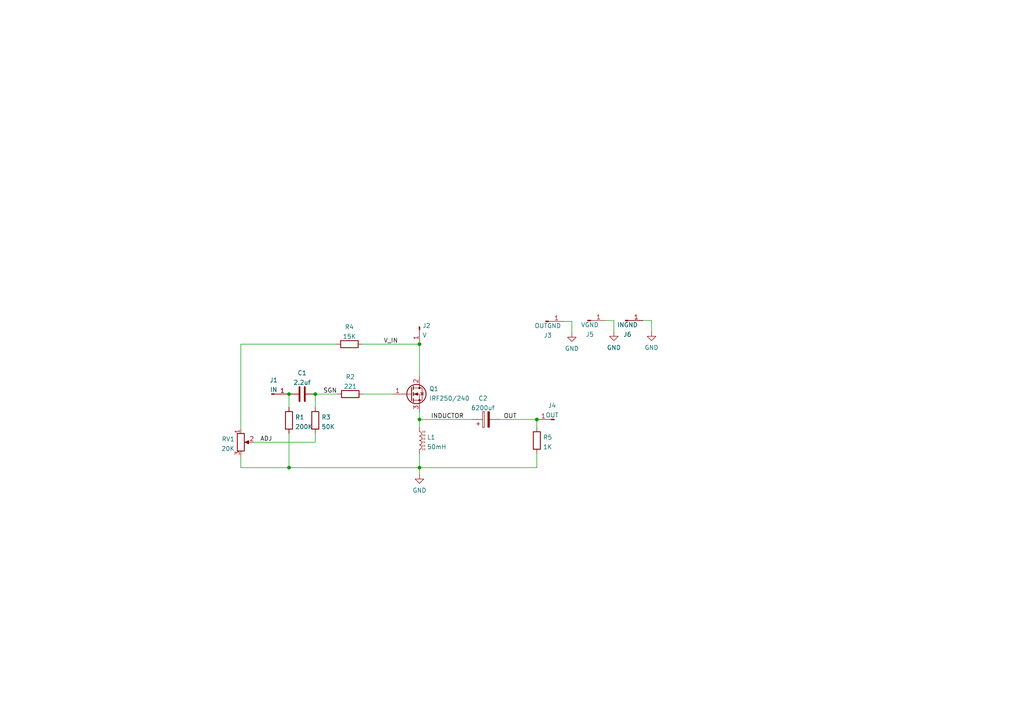
<source format=kicad_sch>
(kicad_sch (version 20211123) (generator eeschema)
  (paper "A4")
  (lib_symbols
    (symbol "Connector:Conn_01x01_Male" (pin_names (offset 1.016) hide)
      (property "Reference" "J" (at 0 2.54 0))
      (property "Value" "Conn_01x01_Male" (at 0 -2.54 0))
      (symbol "Conn_01x01_Male_1_1"
        (polyline (pts (xy 1.27 0) (xy 0.8636 0)) (stroke (width 0.1524)))
        (rectangle (start 0.8636 0.127) (end 0 -0.127) (stroke (width 0.1524)) (fill (type outline)))
        (pin passive line (at 5.08 0 180) (length 3.81) (name "Pin_1") (number "1"))
      )
    )
    (symbol "Device:C" (pin_numbers hide) (pin_names (offset 0.254))
      (property "Reference" "C" (at 0.635 2.54 0))
      (property "Value" "C" (at 0.635 -2.54 0))
      (symbol "C_0_1"
        (polyline (pts (xy -2.032 -0.762) (xy 2.032 -0.762)) (stroke (width 0.508)))
        (polyline (pts (xy -2.032 0.762) (xy 2.032 0.762)) (stroke (width 0.508)))
      )
      (symbol "C_1_1"
        (pin passive line (at 0 3.81 270) (length 2.794) (name "~") (number "1"))
        (pin passive line (at 0 -3.81 90) (length 2.794) (name "~") (number "2"))
      )
    )
    (symbol "Device:C_Polarized" (pin_numbers hide) (pin_names (offset 0.254))
      (property "Reference" "C" (at 0.635 2.54 0))
      (property "Value" "C_Polarized" (at 0.635 -2.54 0))
      (symbol "C_Polarized_0_1"
        (rectangle (start -2.286 0.508) (end 2.286 1.016))
        (polyline (pts (xy -1.778 2.286) (xy -0.762 2.286)))
        (polyline (pts (xy -1.27 2.794) (xy -1.27 1.778)))
        (rectangle (start 2.286 -0.508) (end -2.286 -1.016) (fill (type outline)))
      )
      (symbol "C_Polarized_1_1"
        (pin passive line (at 0 3.81 270) (length 2.794) (name "~") (number "1"))
        (pin passive line (at 0 -3.81 90) (length 2.794) (name "~") (number "2"))
      )
    )
    (symbol "Device:L_Ferrite" (pin_numbers hide) (pin_names (offset 1.016) hide)
      (property "Reference" "L" (at -1.27 0 90))
      (property "Value" "L_Ferrite" (at 2.794 0 90))
      (symbol "L_Ferrite_0_1"
        (arc (start 0 -2.54) (mid 0.635 -1.905) (end 0 -1.27))
        (arc (start 0 -1.27) (mid 0.635 -0.635) (end 0 0))
        (polyline (pts (xy 1.016 -2.794) (xy 1.016 -2.286)))
        (polyline (pts (xy 1.016 -1.778) (xy 1.016 -1.27)))
        (polyline (pts (xy 1.016 -0.762) (xy 1.016 -0.254)))
        (polyline (pts (xy 1.016 0.254) (xy 1.016 0.762)))
        (polyline (pts (xy 1.016 1.27) (xy 1.016 1.778)))
        (polyline (pts (xy 1.016 2.286) (xy 1.016 2.794)))
        (polyline (pts (xy 1.524 -2.286) (xy 1.524 -2.794)))
        (polyline (pts (xy 1.524 -1.27) (xy 1.524 -1.778)))
        (polyline (pts (xy 1.524 -0.254) (xy 1.524 -0.762)))
        (polyline (pts (xy 1.524 0.762) (xy 1.524 0.254)))
        (polyline (pts (xy 1.524 1.778) (xy 1.524 1.27)))
        (polyline (pts (xy 1.524 2.794) (xy 1.524 2.286)))
        (arc (start 0 0) (mid 0.635 0.635) (end 0 1.27))
        (arc (start 0 1.27) (mid 0.635 1.905) (end 0 2.54))
      )
      (symbol "L_Ferrite_1_1"
        (pin passive line (at 0 3.81 270) (length 1.27) (name "1") (number "1"))
        (pin passive line (at 0 -3.81 90) (length 1.27) (name "2") (number "2"))
      )
    )
    (symbol "Device:Q_NMOS_GDS" (pin_names (offset 0) hide)
      (property "Reference" "Q" (at 5.08 1.27 0))
      (property "Value" "Q_NMOS_GDS" (at 5.08 -1.27 0))
      (symbol "Q_NMOS_GDS_0_1"
        (polyline (pts (xy 0.254 0) (xy -2.54 0)))
        (polyline (pts (xy 0.254 1.905) (xy 0.254 -1.905)) (stroke (width 0.254)))
        (polyline (pts (xy 0.762 -1.27) (xy 0.762 -2.286)) (stroke (width 0.254)))
        (polyline (pts (xy 0.762 0.508) (xy 0.762 -0.508)) (stroke (width 0.254)))
        (polyline (pts (xy 0.762 2.286) (xy 0.762 1.27)) (stroke (width 0.254)))
        (polyline (pts (xy 2.54 2.54) (xy 2.54 1.778)))
        (polyline (pts (xy 2.54 -2.54) (xy 2.54 0) (xy 0.762 0)))
        (polyline (pts (xy 0.762 -1.778) (xy 3.302 -1.778) (xy 3.302 1.778) (xy 0.762 1.778)))
        (polyline (pts (xy 1.016 0) (xy 2.032 0.381) (xy 2.032 -0.381) (xy 1.016 0)) (fill (type outline)))
        (polyline (pts (xy 2.794 0.508) (xy 2.921 0.381) (xy 3.683 0.381) (xy 3.81 0.254)))
        (polyline (pts (xy 3.302 0.381) (xy 2.921 -0.254) (xy 3.683 -0.254) (xy 3.302 0.381)))
        (circle (center 1.651 0) (radius 2.794) (stroke (width 0.254)))
        (circle (center 2.54 -1.778) (radius 0.254) (fill (type outline)))
        (circle (center 2.54 1.778) (radius 0.254) (fill (type outline)))
      )
      (symbol "Q_NMOS_GDS_1_1"
        (pin input line (at -5.08 0 0) (length 2.54) (name "G") (number "1"))
        (pin passive line (at 2.54 5.08 270) (length 2.54) (name "D") (number "2"))
        (pin passive line (at 2.54 -5.08 90) (length 2.54) (name "S") (number "3"))
      )
    )
    (symbol "Device:R" (pin_numbers hide) (pin_names (offset 0))
      (property "Reference" "R" (at 2.032 0 90))
      (property "Value" "R" (at 0 0 90))
      (symbol "R_0_1"
        (rectangle (start -1.016 -2.54) (end 1.016 2.54) (stroke (width 0.254)))
      )
      (symbol "R_1_1"
        (pin passive line (at 0 3.81 270) (length 1.27) (name "~") (number "1"))
        (pin passive line (at 0 -3.81 90) (length 1.27) (name "~") (number "2"))
      )
    )
    (symbol "Device:R_Potentiometer" (pin_names (offset 1.016) hide)
      (property "Reference" "RV" (at -4.445 0 90))
      (property "Value" "R_Potentiometer" (at -2.54 0 90))
      (symbol "R_Potentiometer_0_1"
        (polyline (pts (xy 2.54 0) (xy 1.524 0)))
        (polyline (pts (xy 1.143 0) (xy 2.286 0.508) (xy 2.286 -0.508) (xy 1.143 0)) (fill (type outline)))
        (rectangle (start 1.016 2.54) (end -1.016 -2.54) (stroke (width 0.254)))
      )
      (symbol "R_Potentiometer_1_1"
        (pin passive line (at 0 3.81 270) (length 1.27) (name "1") (number "1"))
        (pin passive line (at 3.81 0 180) (length 1.27) (name "2") (number "2"))
        (pin passive line (at 0 -3.81 90) (length 1.27) (name "3") (number "3"))
      )
    )
    (symbol "power:GND" (power) (pin_names (offset 0))
      (property "Value" "GND" (at 0 -3.81 0))
      (symbol "GND_0_1"
        (polyline (pts (xy 0 0) (xy 0 -1.27) (xy 1.27 -1.27) (xy 0 -2.54) (xy -1.27 -1.27) (xy 0 -1.27)))
      )
      (symbol "GND_1_1"
        (pin power_in line (at 0 0 270) (length 0) hide (name "GND") (number "1"))
      )
    )
  )
  (junction (at 91.44 114.3))
  (junction (at 121.666 99.822))
  (junction (at 155.702 121.666))
  (junction (at 83.82 114.3))
  (junction (at 121.666 121.666))
  (junction (at 83.82 135.636))
  (junction (at 121.666 135.636))
  (wire (pts (xy 69.85 124.46) (xy 69.85 99.822)))
  (wire (pts (xy 83.82 135.636) (xy 69.85 135.636)))
  (wire (pts (xy 69.85 135.636) (xy 69.85 132.08)))
  (wire (pts (xy 121.666 135.636) (xy 121.666 137.668)))
  (wire (pts (xy 175.514 92.964) (xy 178.054 92.964)))
  (wire (pts (xy 105.41 114.3) (xy 114.046 114.3)))
  (wire (pts (xy 155.702 121.666) (xy 155.702 123.952)))
  (wire (pts (xy 83.82 114.3) (xy 83.82 118.11)))
  (wire (pts (xy 121.666 119.38) (xy 121.666 121.666)))
  (wire (pts (xy 163.322 93.218) (xy 165.862 93.218)))
  (wire (pts (xy 188.976 92.964) (xy 188.976 96.266)))
  (wire (pts (xy 186.436 92.964) (xy 188.976 92.964)))
  (wire (pts (xy 91.44 114.3) (xy 97.79 114.3)))
  (wire (pts (xy 69.85 99.822) (xy 97.536 99.822)))
  (wire (pts (xy 91.44 128.27) (xy 73.66 128.27)))
  (wire (pts (xy 165.862 93.218) (xy 165.862 96.52)))
  (wire (pts (xy 178.054 92.964) (xy 178.054 96.266)))
  (wire (pts (xy 105.156 99.822) (xy 121.666 99.822)))
  (wire (pts (xy 121.666 121.666) (xy 121.666 123.952)))
  (wire (pts (xy 144.78 121.666) (xy 155.702 121.666)))
  (wire (pts (xy 91.44 114.3) (xy 91.44 118.11)))
  (wire (pts (xy 121.666 131.572) (xy 121.666 135.636)))
  (wire (pts (xy 121.666 99.822) (xy 121.666 109.22)))
  (wire (pts (xy 83.82 135.636) (xy 121.666 135.636)))
  (wire (pts (xy 83.82 125.73) (xy 83.82 135.636)))
  (wire (pts (xy 121.666 135.636) (xy 155.702 135.636)))
  (wire (pts (xy 155.702 131.572) (xy 155.702 135.636)))
  (wire (pts (xy 121.666 121.666) (xy 137.16 121.666)))
  (wire (pts (xy 91.44 125.73) (xy 91.44 128.27)))
  (label "V_IN" (at 111.252 99.822 0))
  (label "ADJ" (at 75.438 128.27 0))
  (label "INDUCTOR" (at 124.968 121.666 0))
  (label "OUT" (at 146.05 121.666 0))
  (label "SGN" (at 93.726 114.3 0))
  (symbol (lib_id "Connector:Conn_01x01_Male") (at 78.74 114.3 0) (unit 1)
    (property "Reference" "J1" (at 79.375 110.2573 0))
    (property "Value" "IN" (at 79.375 113.0324 0))
    (property "Footprint" "Connector_Wire:SolderWire-1sqmm_1x01_D1.4mm_OD2.7mm" (effects hide))
  )
  (symbol (lib_id "Device:R") (at 101.6 114.3 90) (unit 1)
    (property "Reference" "R2" (at 101.6 109.3175 90))
    (property "Value" "221" (at 101.6 112.0926 90))
    (property "Footprint" "Resistor_THT:R_Axial_DIN0207_L6.3mm_D2.5mm_P10.16mm_Horizontal" (effects hide))
  )
  (symbol (lib_id "Device:R") (at 91.44 121.92 0) (unit 1)
    (property "Reference" "R3" (at 93.218 121.0115 0) (effects (justify left)))
    (property "Value" "50K" (at 93.218 123.7866 0) (effects (justify left)))
    (property "Footprint" "Resistor_THT:R_Axial_DIN0207_L6.3mm_D2.5mm_P10.16mm_Horizontal" (effects hide))
  )
  (symbol (lib_id "Device:R") (at 83.82 121.92 0) (unit 1)
    (property "Reference" "R1" (at 85.598 121.0115 0) (effects (justify left)))
    (property "Value" "200K" (at 85.598 123.7866 0) (effects (justify left)))
    (property "Footprint" "Resistor_THT:R_Axial_DIN0207_L6.3mm_D2.5mm_P10.16mm_Horizontal" (effects hide))
  )
  (symbol (lib_id "power:GND") (at 178.054 96.266 0) (unit 1)
    (property "Reference" "#PWR0104" (effects hide))
    (property "Value" "GND" (at 178.054 100.8285 0))
  )
  (symbol (lib_id "Connector:Conn_01x01_Male") (at 160.782 121.666 180) (unit 1)
    (property "Reference" "J4" (at 160.147 117.6233 0))
    (property "Value" "OUT" (at 160.147 120.3984 0))
    (property "Footprint" "Connector_Wire:SolderWire-1sqmm_1x01_D1.4mm_OD2.7mm" (effects hide))
  )
  (symbol (lib_id "Device:R_Potentiometer") (at 69.85 128.27 0) (unit 1)
    (property "Reference" "RV1" (at 68.072 127.3615 0) (effects (justify right)))
    (property "Value" "20K" (at 68.072 130.1366 0) (effects (justify right)))
    (property "Footprint" "Potentiometer_THT:Potentiometer_Bourns_3266Y_Vertical" (effects hide))
  )
  (symbol (lib_id "Device:C") (at 87.63 114.3 90) (unit 1)
    (property "Reference" "C1" (at 87.63 108.1745 90))
    (property "Value" "2.2uf" (at 87.63 110.9496 90))
    (property "Footprint" "Capacitor_THT:CP_Axial_L20.0mm_D13.0mm_P26.00mm_Horizontal" (effects hide))
  )
  (symbol (lib_id "Device:Q_NMOS_GDS") (at 119.126 114.3 0) (unit 1)
    (property "Reference" "Q1" (at 124.46 112.776 0) (effects (justify left)))
    (property "Value" "IRF250/240" (at 124.46 115.5511 0) (effects (justify left)))
    (property "Footprint" "Package_TO_SOT_THT:TO-247-3_Vertical" (effects hide))
  )
  (symbol (lib_id "power:GND") (at 165.862 96.52 0) (unit 1)
    (property "Reference" "#PWR0102" (effects hide))
    (property "Value" "GND" (at 165.862 101.0825 0))
  )
  (symbol (lib_id "power:GND") (at 188.976 96.266 0) (unit 1)
    (property "Reference" "#PWR0103" (effects hide))
    (property "Value" "GND" (at 188.976 100.8285 0))
  )
  (symbol (lib_id "Device:R") (at 101.346 99.822 90) (unit 1)
    (property "Reference" "R4" (at 101.346 94.8395 90))
    (property "Value" "15K" (at 101.346 97.6146 90))
    (property "Footprint" "Resistor_THT:R_Axial_DIN0207_L6.3mm_D2.5mm_P10.16mm_Horizontal" (effects hide))
  )
  (symbol (lib_id "Connector:Conn_01x01_Male") (at 158.242 93.218 0) (unit 1)
    (property "Reference" "J3" (at 158.877 97.2607 0))
    (property "Value" "OUTGND" (at 158.877 94.4856 0))
    (property "Footprint" "Connector_Wire:SolderWire-1sqmm_1x01_D1.4mm_OD2.7mm" (effects hide))
  )
  (symbol (lib_id "Connector:Conn_01x01_Male") (at 181.356 92.964 0) (unit 1)
    (property "Reference" "J6" (at 181.991 97.0067 0))
    (property "Value" "INGND" (at 181.991 94.2316 0))
    (property "Footprint" "Connector_Wire:SolderWire-1sqmm_1x01_D1.4mm_OD2.7mm" (effects hide))
  )
  (symbol (lib_id "Connector:Conn_01x01_Male") (at 121.666 94.742 270) (unit 1)
    (property "Reference" "J2" (at 122.5042 94.4685 90) (effects (justify left)))
    (property "Value" "V" (at 122.5042 97.2436 90) (effects (justify left)))
    (property "Footprint" "Connector_Wire:SolderWire-1sqmm_1x01_D1.4mm_OD2.7mm" (effects hide))
  )
  (symbol (lib_id "Device:L_Ferrite") (at 121.666 127.762 0) (unit 1)
    (property "Reference" "L1" (at 123.825 126.8535 0) (effects (justify left)))
    (property "Value" "50mH" (at 123.825 129.6286 0) (effects (justify left)))
    (property "Footprint" "Capacitor_THT:C_Rect_L9.0mm_W3.9mm_P7.50mm_MKT" (effects hide))
  )
  (symbol (lib_id "Connector:Conn_01x01_Male") (at 170.434 92.964 0) (unit 1)
    (property "Reference" "J5" (at 171.069 97.0067 0))
    (property "Value" "VGND" (at 171.069 94.2316 0))
    (property "Footprint" "Connector_Wire:SolderWire-1sqmm_1x01_D1.4mm_OD2.7mm" (effects hide))
  )
  (symbol (lib_id "Device:C_Polarized") (at 140.97 121.666 90) (unit 1)
    (property "Reference" "C2" (at 140.081 115.5405 90))
    (property "Value" "6200uf" (at 140.081 118.3156 90))
    (property "Footprint" "Capacitor_THT:CP_Radial_D10.0mm_P5.00mm_P7.50mm" (effects hide))
  )
  (symbol (lib_id "power:GND") (at 121.666 137.668 0) (unit 1)
    (property "Reference" "#PWR0101" (effects hide))
    (property "Value" "GND" (at 121.666 142.2305 0))
  )
  (symbol (lib_id "Device:R") (at 155.702 127.762 0) (unit 1)
    (property "Reference" "R5" (at 157.48 126.8535 0) (effects (justify left)))
    (property "Value" "1K" (at 157.48 129.6286 0) (effects (justify left)))
    (property "Footprint" "Resistor_THT:R_Axial_DIN0207_L6.3mm_D2.5mm_P10.16mm_Horizontal" (effects hide))
  )
)
</source>
